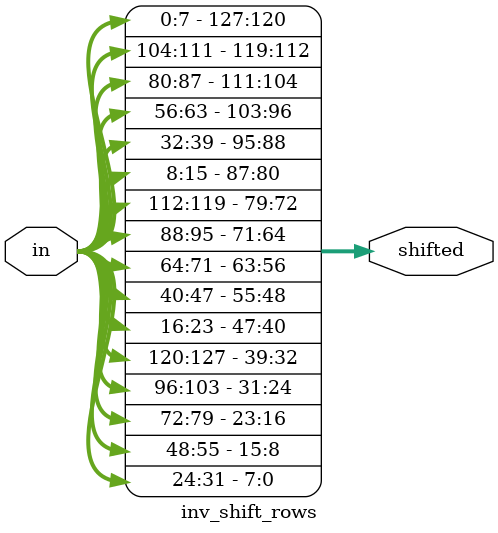
<source format=v>
module inv_shift_rows(in, shifted);
	input [0:127] in;
	output [0:127] shifted;
	
	// First row 
	assign shifted[0+:8] = in[0+:8];
	assign shifted[32+:8] = in[32+:8];
	assign shifted[64+:8] = in[64+:8];
   assign shifted[96+:8] = in[96+:8];
	
	// Second row 
   assign shifted[8+:8] = in[104+:8];
   assign shifted[40+:8] = in[8+:8];
   assign shifted[72+:8] = in[40+:8];
   assign shifted[104+:8] = in[72+:8];
	
	// Third row 
   assign shifted[16+:8] = in[80+:8];
   assign shifted[48+:8] = in[112+:8];
   assign shifted[80+:8] = in[16+:8];
   assign shifted[112+:8] = in[48+:8];
	
	// Fourth row 
   assign shifted[24+:8] = in[56+:8];
   assign shifted[56+:8] = in[88+:8];
   assign shifted[88+:8] = in[120+:8];
   assign shifted[120+:8] = in[24+:8];

endmodule

</source>
